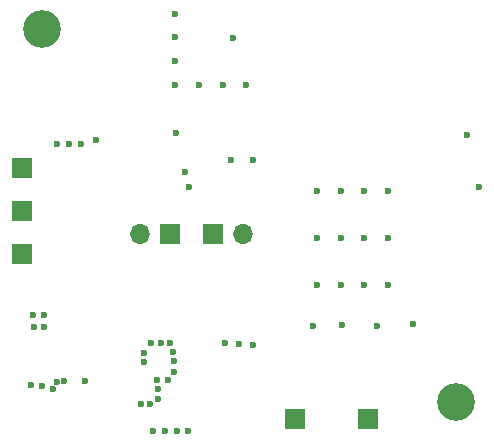
<source format=gbr>
%TF.GenerationSoftware,KiCad,Pcbnew,8.0.6-8.0.6-0~ubuntu24.04.1*%
%TF.CreationDate,2024-10-24T15:12:09+03:00*%
%TF.ProjectId,navigator,6e617669-6761-4746-9f72-2e6b69636164,rev?*%
%TF.SameCoordinates,Original*%
%TF.FileFunction,Soldermask,Bot*%
%TF.FilePolarity,Negative*%
%FSLAX46Y46*%
G04 Gerber Fmt 4.6, Leading zero omitted, Abs format (unit mm)*
G04 Created by KiCad (PCBNEW 8.0.6-8.0.6-0~ubuntu24.04.1) date 2024-10-24 15:12:09*
%MOMM*%
%LPD*%
G01*
G04 APERTURE LIST*
%ADD10C,3.200000*%
%ADD11R,1.700000X1.700000*%
%ADD12O,1.700000X1.700000*%
%ADD13C,0.600000*%
G04 APERTURE END LIST*
D10*
%TO.C,H101*%
X76680000Y-51290000D03*
%TD*%
%TO.C,H102*%
X111778056Y-82898056D03*
%TD*%
D11*
%TO.C,J101*%
X87520000Y-68620000D03*
D12*
X84980000Y-68620000D03*
%TD*%
D11*
%TO.C,J103*%
X98090000Y-84330000D03*
%TD*%
%TO.C,J107*%
X74990000Y-66730000D03*
%TD*%
%TO.C,J102*%
X91170000Y-68620000D03*
D12*
X93710000Y-68620000D03*
%TD*%
D11*
%TO.C,J106*%
X75040000Y-70350000D03*
%TD*%
%TO.C,J104*%
X104320000Y-84320000D03*
%TD*%
%TO.C,J105*%
X74990000Y-63070000D03*
%TD*%
D13*
X76870000Y-76480000D03*
X106000000Y-69000000D03*
X85320000Y-78750000D03*
X86790000Y-77870000D03*
X80000000Y-61000000D03*
X76710000Y-81480000D03*
X80340000Y-81090000D03*
X86520000Y-82610000D03*
X102000000Y-69000000D03*
X86500000Y-81760000D03*
X92152500Y-77900000D03*
X106000000Y-73000000D03*
X76850000Y-75500000D03*
X105040000Y-76400000D03*
X86450000Y-80980000D03*
X102000000Y-65000000D03*
X94532500Y-78000000D03*
X78530000Y-81100000D03*
X81250000Y-60680000D03*
X75980000Y-76500000D03*
X108130000Y-76300000D03*
X90000000Y-56000000D03*
X87520000Y-77880000D03*
X104000000Y-65000000D03*
X85820000Y-83010000D03*
X94000000Y-56000000D03*
X88000000Y-50000000D03*
X75760000Y-81440000D03*
X77640000Y-81730000D03*
X85080000Y-83010000D03*
X102070000Y-76370000D03*
X100000000Y-69000000D03*
X88810000Y-63390000D03*
X85300000Y-79520000D03*
X87840000Y-79390000D03*
X87830000Y-78630000D03*
X88000000Y-54000000D03*
X104000000Y-69000000D03*
X93342500Y-77920000D03*
X100000000Y-73000000D03*
X92700000Y-62400000D03*
X75960000Y-75500000D03*
X102000000Y-73000000D03*
X112660000Y-60300000D03*
X78000000Y-61000000D03*
X92000000Y-56000000D03*
X106000000Y-65000000D03*
X88000000Y-56000000D03*
X104000000Y-73000000D03*
X99680000Y-76390000D03*
X79000000Y-61000000D03*
X77955000Y-81195000D03*
X100000000Y-65000000D03*
X88000000Y-52000000D03*
X87380000Y-80980000D03*
X87900000Y-80340000D03*
X94530000Y-62410000D03*
X85960000Y-77880000D03*
X88070000Y-60110000D03*
X89130000Y-64620000D03*
X92870000Y-52020000D03*
X113680000Y-64690000D03*
X86120000Y-85307500D03*
X88140000Y-85307500D03*
X89040000Y-85307500D03*
X87080000Y-85307500D03*
M02*

</source>
